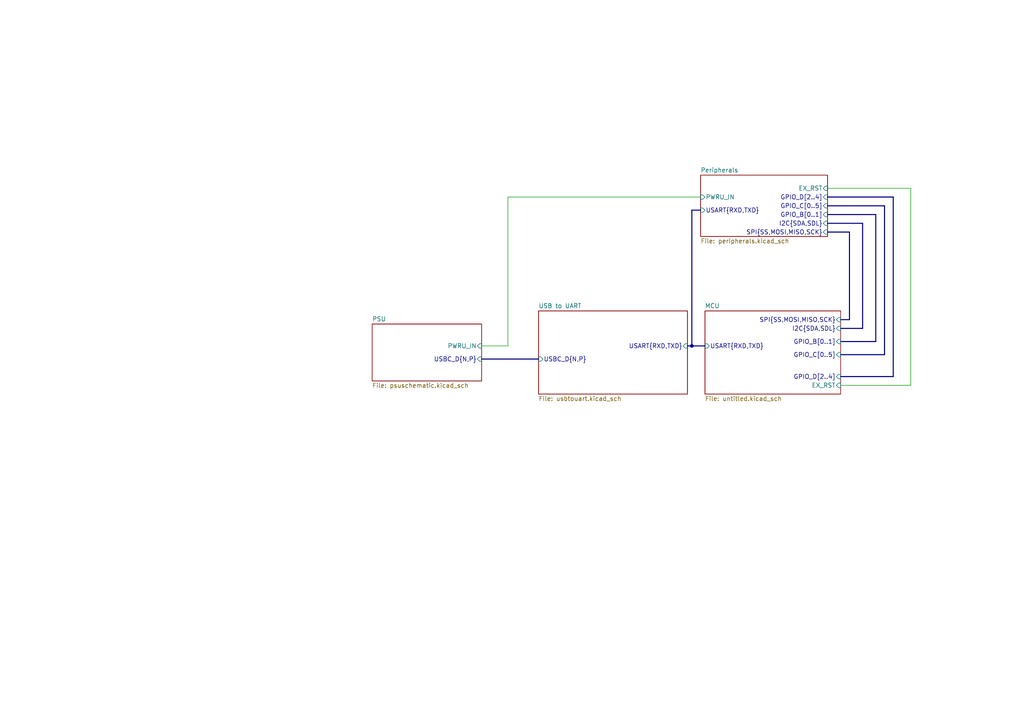
<source format=kicad_sch>
(kicad_sch
	(version 20231120)
	(generator "eeschema")
	(generator_version "8.0")
	(uuid "0d3b5cc8-796e-4bf6-9981-31f427beb9c4")
	(paper "A4")
	(lib_symbols)
	(junction
		(at 200.66 100.33)
		(diameter 0)
		(color 0 0 0 0)
		(uuid "5739b36a-ddb7-42ed-b10b-db598f0e36a9")
	)
	(bus
		(pts
			(xy 200.66 100.33) (xy 204.47 100.33)
		)
		(stroke
			(width 0)
			(type default)
		)
		(uuid "017e5d81-ffd6-4048-867f-d7177d6515db")
	)
	(bus
		(pts
			(xy 259.08 109.22) (xy 259.08 57.15)
		)
		(stroke
			(width 0)
			(type default)
		)
		(uuid "03cd6f6f-adc4-4f9c-81b6-5442f7240762")
	)
	(bus
		(pts
			(xy 200.66 60.96) (xy 200.66 100.33)
		)
		(stroke
			(width 0)
			(type default)
		)
		(uuid "0522bd2b-df61-481b-ba35-85faa4691894")
	)
	(bus
		(pts
			(xy 254 99.06) (xy 254 62.23)
		)
		(stroke
			(width 0)
			(type default)
		)
		(uuid "08df337d-a6be-4abb-a996-25269c91e673")
	)
	(bus
		(pts
			(xy 246.38 92.71) (xy 246.38 67.31)
		)
		(stroke
			(width 0)
			(type default)
		)
		(uuid "1928c910-c817-43a2-a4d9-b07dccada31d")
	)
	(wire
		(pts
			(xy 243.84 111.76) (xy 264.16 111.76)
		)
		(stroke
			(width 0)
			(type default)
		)
		(uuid "19d31025-e901-47c6-9b49-d2f8efd1beb7")
	)
	(bus
		(pts
			(xy 243.84 92.71) (xy 246.38 92.71)
		)
		(stroke
			(width 0)
			(type default)
		)
		(uuid "2337d9f1-8322-4ede-a696-294a853281ea")
	)
	(bus
		(pts
			(xy 199.39 100.33) (xy 200.66 100.33)
		)
		(stroke
			(width 0)
			(type default)
		)
		(uuid "4a59cefe-ffcc-4a49-92a1-557b30d15e8d")
	)
	(bus
		(pts
			(xy 256.54 102.87) (xy 256.54 59.69)
		)
		(stroke
			(width 0)
			(type default)
		)
		(uuid "4c204a32-b155-4b33-913f-98771949b084")
	)
	(wire
		(pts
			(xy 147.32 100.33) (xy 147.32 57.15)
		)
		(stroke
			(width 0)
			(type default)
		)
		(uuid "60083167-eb72-4ab4-87ff-42c22607c250")
	)
	(bus
		(pts
			(xy 203.2 60.96) (xy 200.66 60.96)
		)
		(stroke
			(width 0)
			(type default)
		)
		(uuid "63dcd4fc-a09f-4fad-802b-25b69bb5be17")
	)
	(wire
		(pts
			(xy 264.16 54.61) (xy 240.03 54.61)
		)
		(stroke
			(width 0)
			(type default)
		)
		(uuid "6eb1dbea-4dbc-4828-a126-cfd030eabc5e")
	)
	(bus
		(pts
			(xy 139.7 104.14) (xy 156.21 104.14)
		)
		(stroke
			(width 0)
			(type default)
		)
		(uuid "750802b1-5566-4639-88e5-bdcdcbbd1ce9")
	)
	(bus
		(pts
			(xy 256.54 59.69) (xy 240.03 59.69)
		)
		(stroke
			(width 0)
			(type default)
		)
		(uuid "7ad19675-ed0d-4a03-90c5-0bf1748bd8a4")
	)
	(bus
		(pts
			(xy 250.19 64.77) (xy 240.03 64.77)
		)
		(stroke
			(width 0)
			(type default)
		)
		(uuid "7c8c6c25-f289-4f10-aa47-3b2d5d398a68")
	)
	(bus
		(pts
			(xy 243.84 95.25) (xy 250.19 95.25)
		)
		(stroke
			(width 0)
			(type default)
		)
		(uuid "9d44b03a-fe3c-4366-b861-e4c1e48c4e8a")
	)
	(wire
		(pts
			(xy 264.16 111.76) (xy 264.16 54.61)
		)
		(stroke
			(width 0)
			(type default)
		)
		(uuid "a58d1577-80fb-40df-8b1c-9f822b52f5bc")
	)
	(bus
		(pts
			(xy 243.84 99.06) (xy 254 99.06)
		)
		(stroke
			(width 0)
			(type default)
		)
		(uuid "ae29f574-6116-49e0-8bbc-a0c8cc06f8fe")
	)
	(bus
		(pts
			(xy 246.38 67.31) (xy 240.03 67.31)
		)
		(stroke
			(width 0)
			(type default)
		)
		(uuid "b9564371-fac1-4379-a029-757e023968ef")
	)
	(bus
		(pts
			(xy 259.08 57.15) (xy 240.03 57.15)
		)
		(stroke
			(width 0)
			(type default)
		)
		(uuid "c2248437-f316-4abe-9132-14d4c0770055")
	)
	(bus
		(pts
			(xy 250.19 95.25) (xy 250.19 64.77)
		)
		(stroke
			(width 0)
			(type default)
		)
		(uuid "c7b2e8be-a4b1-4007-997a-5105511f62b0")
	)
	(bus
		(pts
			(xy 243.84 102.87) (xy 256.54 102.87)
		)
		(stroke
			(width 0)
			(type default)
		)
		(uuid "d79d5e4d-ef35-4299-ba3f-851531977440")
	)
	(bus
		(pts
			(xy 254 62.23) (xy 240.03 62.23)
		)
		(stroke
			(width 0)
			(type default)
		)
		(uuid "e6c4d669-717f-4da9-be87-dfde327f0c7b")
	)
	(wire
		(pts
			(xy 139.7 100.33) (xy 147.32 100.33)
		)
		(stroke
			(width 0)
			(type default)
		)
		(uuid "e88e0cf2-6e2c-4c85-9721-96b10bccb459")
	)
	(bus
		(pts
			(xy 243.84 109.22) (xy 259.08 109.22)
		)
		(stroke
			(width 0)
			(type default)
		)
		(uuid "eb1dc0c5-7451-41a0-b23e-0846810b49ee")
	)
	(wire
		(pts
			(xy 147.32 57.15) (xy 203.2 57.15)
		)
		(stroke
			(width 0)
			(type default)
		)
		(uuid "f3d45c78-b8cf-4c7c-ab58-87efe6378a50")
	)
	(sheet
		(at 203.2 50.8)
		(size 36.83 17.78)
		(fields_autoplaced yes)
		(stroke
			(width 0.1524)
			(type solid)
		)
		(fill
			(color 0 0 0 0.0000)
		)
		(uuid "8710b647-1723-4317-be5a-33e426fec813")
		(property "Sheetname" "Peripherals"
			(at 203.2 50.0884 0)
			(effects
				(font
					(size 1.27 1.27)
				)
				(justify left bottom)
			)
		)
		(property "Sheetfile" "peripherals.kicad_sch"
			(at 203.2 69.1646 0)
			(effects
				(font
					(size 1.27 1.27)
				)
				(justify left top)
			)
		)
		(pin "GPIO_D[2..4]" input
			(at 240.03 57.15 0)
			(effects
				(font
					(size 1.27 1.27)
				)
				(justify right)
			)
			(uuid "6dedc9c8-f299-4c02-b99a-9ce10f33b045")
		)
		(pin "EX_RST" input
			(at 240.03 54.61 0)
			(effects
				(font
					(size 1.27 1.27)
				)
				(justify right)
			)
			(uuid "983ce4a6-1742-464b-8f09-846c1afea108")
		)
		(pin "GPIO_C[0..5]" input
			(at 240.03 59.69 0)
			(effects
				(font
					(size 1.27 1.27)
				)
				(justify right)
			)
			(uuid "fbbf019b-ed0a-422f-a600-74f0fa7f4977")
		)
		(pin "GPIO_B[0..1]" input
			(at 240.03 62.23 0)
			(effects
				(font
					(size 1.27 1.27)
				)
				(justify right)
			)
			(uuid "22fc697f-b182-4df9-924c-ee13494877d6")
		)
		(pin "I2C{SDA,SDL}" input
			(at 240.03 64.77 0)
			(effects
				(font
					(size 1.27 1.27)
				)
				(justify right)
			)
			(uuid "308f0006-edf1-4be9-8d03-bd038fbfdd0b")
		)
		(pin "SPI{SS,MOSI,MISO,SCK}" input
			(at 240.03 67.31 0)
			(effects
				(font
					(size 1.27 1.27)
				)
				(justify right)
			)
			(uuid "a0804c41-bef6-4c29-88e0-3a127154306c")
		)
		(pin "PWRU_IN" input
			(at 203.2 57.15 180)
			(effects
				(font
					(size 1.27 1.27)
				)
				(justify left)
			)
			(uuid "0a0ac57d-6186-4d78-a36b-0039709bf579")
		)
		(pin "USART{RXD,TXD}" input
			(at 203.2 60.96 180)
			(effects
				(font
					(size 1.27 1.27)
				)
				(justify left)
			)
			(uuid "4852d3b0-2495-440b-aa69-7a338ebc4f80")
		)
		(instances
			(project "intro_to_PCB"
				(path "/0d3b5cc8-796e-4bf6-9981-31f427beb9c4"
					(page "5")
				)
			)
		)
	)
	(sheet
		(at 204.47 90.17)
		(size 39.37 24.13)
		(fields_autoplaced yes)
		(stroke
			(width 0.1524)
			(type solid)
		)
		(fill
			(color 0 0 0 0.0000)
		)
		(uuid "9eabf57d-2f76-442a-858d-1ba2dd3e6e8d")
		(property "Sheetname" "MCU"
			(at 204.47 89.4584 0)
			(effects
				(font
					(size 1.27 1.27)
				)
				(justify left bottom)
			)
		)
		(property "Sheetfile" "untitled.kicad_sch"
			(at 204.47 114.8846 0)
			(effects
				(font
					(size 1.27 1.27)
				)
				(justify left top)
			)
		)
		(pin "SPI{SS,MOSI,MISO,SCK}" input
			(at 243.84 92.71 0)
			(effects
				(font
					(size 1.27 1.27)
				)
				(justify right)
			)
			(uuid "c7ccfa96-0611-4a10-82f3-32fc253cd522")
		)
		(pin "I2C{SDA,SDL}" input
			(at 243.84 95.25 0)
			(effects
				(font
					(size 1.27 1.27)
				)
				(justify right)
			)
			(uuid "55dfe61e-0431-4034-941e-47759571c18c")
		)
		(pin "EX_RST" input
			(at 243.84 111.76 0)
			(effects
				(font
					(size 1.27 1.27)
				)
				(justify right)
			)
			(uuid "3e75127a-7390-42c9-86a3-89a7547d244d")
		)
		(pin "GPIO_D[2..4]" input
			(at 243.84 109.22 0)
			(effects
				(font
					(size 1.27 1.27)
				)
				(justify right)
			)
			(uuid "2b08614b-577f-4e1f-b477-9b3cca658c38")
		)
		(pin "GPIO_B[0..1]" input
			(at 243.84 99.06 0)
			(effects
				(font
					(size 1.27 1.27)
				)
				(justify right)
			)
			(uuid "6688ddd1-e0e9-446c-994d-b46b67609234")
		)
		(pin "GPIO_C[0..5]" input
			(at 243.84 102.87 0)
			(effects
				(font
					(size 1.27 1.27)
				)
				(justify right)
			)
			(uuid "b0dfba54-8fcc-4c3f-9479-f9b588be73b4")
		)
		(pin "USART{RXD,TXD}" input
			(at 204.47 100.33 180)
			(effects
				(font
					(size 1.27 1.27)
				)
				(justify left)
			)
			(uuid "d12564ec-496c-488b-9f2f-07b437d64d5c")
		)
		(instances
			(project "intro_to_PCB"
				(path "/0d3b5cc8-796e-4bf6-9981-31f427beb9c4"
					(page "2")
				)
			)
		)
	)
	(sheet
		(at 107.95 93.98)
		(size 31.75 16.51)
		(fields_autoplaced yes)
		(stroke
			(width 0.1524)
			(type solid)
		)
		(fill
			(color 0 0 0 0.0000)
		)
		(uuid "f3630956-a709-48a8-8ff4-7663ef5f2d7d")
		(property "Sheetname" "PSU"
			(at 107.95 93.2684 0)
			(effects
				(font
					(size 1.27 1.27)
				)
				(justify left bottom)
			)
		)
		(property "Sheetfile" "psuschematic.kicad_sch"
			(at 107.95 111.0746 0)
			(effects
				(font
					(size 1.27 1.27)
				)
				(justify left top)
			)
		)
		(pin "USBC_D{N,P}" input
			(at 139.7 104.14 0)
			(effects
				(font
					(size 1.27 1.27)
				)
				(justify right)
			)
			(uuid "f1782a0c-bdda-4dd4-b5a2-339fd7140118")
		)
		(pin "PWRU_IN" input
			(at 139.7 100.33 0)
			(effects
				(font
					(size 1.27 1.27)
				)
				(justify right)
			)
			(uuid "40410d47-0933-4342-8f97-844b3363033e")
		)
		(instances
			(project "intro_to_PCB"
				(path "/0d3b5cc8-796e-4bf6-9981-31f427beb9c4"
					(page "3")
				)
			)
		)
	)
	(sheet
		(at 156.21 90.17)
		(size 43.18 24.13)
		(fields_autoplaced yes)
		(stroke
			(width 0.1524)
			(type solid)
		)
		(fill
			(color 0 0 0 0.0000)
		)
		(uuid "fd577bd5-55f9-49e9-9d6d-77a87a526084")
		(property "Sheetname" "USB to UART"
			(at 156.21 89.4584 0)
			(effects
				(font
					(size 1.27 1.27)
				)
				(justify left bottom)
			)
		)
		(property "Sheetfile" "usbtouart.kicad_sch"
			(at 156.21 114.8846 0)
			(effects
				(font
					(size 1.27 1.27)
				)
				(justify left top)
			)
		)
		(pin "USBC_D{N,P}" input
			(at 156.21 104.14 180)
			(effects
				(font
					(size 1.27 1.27)
				)
				(justify left)
			)
			(uuid "b3082903-5121-4a66-89c7-b5d4f22602b8")
		)
		(pin "USART{RXD,TXD}" input
			(at 199.39 100.33 0)
			(effects
				(font
					(size 1.27 1.27)
				)
				(justify right)
			)
			(uuid "97061e3f-32d1-4591-bc90-37469d397f37")
		)
		(instances
			(project "intro_to_PCB"
				(path "/0d3b5cc8-796e-4bf6-9981-31f427beb9c4"
					(page "4")
				)
			)
		)
	)
	(sheet_instances
		(path "/"
			(page "1")
		)
	)
)

</source>
